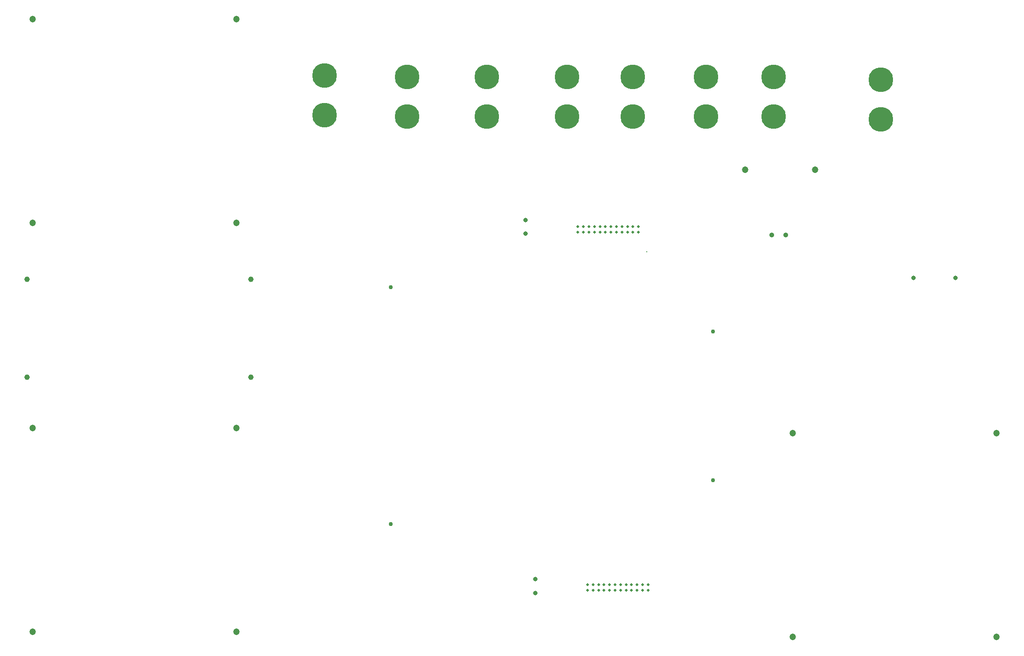
<source format=gbr>
%TF.GenerationSoftware,KiCad,Pcbnew,8.0.4*%
%TF.CreationDate,2025-03-28T11:13:13+01:00*%
%TF.ProjectId,final_agv_pdb,66696e61-6c5f-4616-9776-5f7064622e6b,rev?*%
%TF.SameCoordinates,Original*%
%TF.FileFunction,Plated,1,2,PTH,Drill*%
%TF.FilePolarity,Positive*%
%FSLAX46Y46*%
G04 Gerber Fmt 4.6, Leading zero omitted, Abs format (unit mm)*
G04 Created by KiCad (PCBNEW 8.0.4) date 2025-03-28 11:13:13*
%MOMM*%
%LPD*%
G01*
G04 APERTURE LIST*
%TA.AperFunction,ViaDrill*%
%ADD10C,0.300000*%
%TD*%
%TA.AperFunction,ComponentDrill*%
%ADD11C,0.500000*%
%TD*%
%TA.AperFunction,ComponentDrill*%
%ADD12C,0.762000*%
%TD*%
%TA.AperFunction,ComponentDrill*%
%ADD13C,0.800000*%
%TD*%
%TA.AperFunction,ComponentDrill*%
%ADD14C,0.900000*%
%TD*%
%TA.AperFunction,ComponentDrill*%
%ADD15C,1.000000*%
%TD*%
%TA.AperFunction,ComponentDrill*%
%ADD16C,1.200000*%
%TD*%
%TA.AperFunction,ComponentDrill*%
%ADD17C,4.500000*%
%TD*%
G04 APERTURE END LIST*
D10*
X189500000Y-82500000D03*
D11*
%TO.C,5V*%
X177000000Y-78000000D03*
X177000000Y-79000000D03*
X178000000Y-78000000D03*
X178000000Y-79000000D03*
%TO.C,J9*%
X178750000Y-143000000D03*
X178750000Y-144000000D03*
%TO.C,5V*%
X179000000Y-78000000D03*
X179000000Y-79000000D03*
%TO.C,J9*%
X179750000Y-143000000D03*
X179750000Y-144000000D03*
%TO.C,5V*%
X180000000Y-78000000D03*
X180000000Y-79000000D03*
%TO.C,J9*%
X180750000Y-143000000D03*
X180750000Y-144000000D03*
%TO.C,5V*%
X181000000Y-78000000D03*
X181000000Y-79000000D03*
%TO.C,J9*%
X181750000Y-143000000D03*
X181750000Y-144000000D03*
%TO.C,5V*%
X182000000Y-78000000D03*
X182000000Y-79000000D03*
%TO.C,J9*%
X182750000Y-143000000D03*
X182750000Y-144000000D03*
%TO.C,5V*%
X183000000Y-78000000D03*
X183000000Y-79000000D03*
%TO.C,J9*%
X183750000Y-143000000D03*
X183750000Y-144000000D03*
%TO.C,5V*%
X184000000Y-78000000D03*
X184000000Y-79000000D03*
%TO.C,J9*%
X184750000Y-143000000D03*
X184750000Y-144000000D03*
%TO.C,5V*%
X185000000Y-78000000D03*
X185000000Y-79000000D03*
%TO.C,J9*%
X185750000Y-143000000D03*
X185750000Y-144000000D03*
%TO.C,5V*%
X186000000Y-78000000D03*
X186000000Y-79000000D03*
%TO.C,J9*%
X186750000Y-143000000D03*
X186750000Y-144000000D03*
%TO.C,5V*%
X187000000Y-78000000D03*
X187000000Y-79000000D03*
%TO.C,J9*%
X187750000Y-143000000D03*
X187750000Y-144000000D03*
%TO.C,5V*%
X188000000Y-78000000D03*
X188000000Y-79000000D03*
%TO.C,J9*%
X188750000Y-143000000D03*
X188750000Y-144000000D03*
X189750000Y-143000000D03*
X189750000Y-144000000D03*
D12*
%TO.C,REF\u002A\u002A*%
X143000000Y-89000000D03*
X143000000Y-132000000D03*
X201500000Y-97000000D03*
X201500000Y-124000000D03*
D13*
%TO.C,C1*%
X167500000Y-76750000D03*
X167500000Y-79250000D03*
%TO.C,C2*%
X169250000Y-142000000D03*
X169250000Y-144500000D03*
%TO.C,SW1*%
X237955000Y-87250000D03*
X245575000Y-87250000D03*
D14*
%TO.C,D1*%
X212210000Y-79500000D03*
X214750000Y-79500000D03*
D15*
%TO.C,LM2596*%
X77000000Y-87500000D03*
X77000000Y-105280000D03*
X117640000Y-87500000D03*
X117640000Y-105280000D03*
D16*
%TO.C,REF\u002A\u002A*%
X78000000Y-40250000D03*
X78000000Y-77250000D03*
X78000000Y-114500000D03*
X78000000Y-151500000D03*
X115000000Y-40250000D03*
X115000000Y-77250000D03*
X115000000Y-114500000D03*
X115000000Y-151500000D03*
%TO.C,R1*%
X207360000Y-67590000D03*
%TO.C,REF\u002A\u002A*%
X216000000Y-115500000D03*
X216000000Y-152500000D03*
%TO.C,R1*%
X220060000Y-67590000D03*
%TO.C,REF\u002A\u002A*%
X253000000Y-115500000D03*
X253000000Y-152500000D03*
D17*
%TO.C,J1*%
X131000000Y-50550000D03*
X131000000Y-57750000D03*
%TO.C,J2*%
X146000000Y-50800000D03*
X146000000Y-58000000D03*
%TO.C,J3*%
X160500000Y-50800000D03*
X160500000Y-58000000D03*
%TO.C,J4*%
X175000000Y-50800000D03*
X175000000Y-58000000D03*
%TO.C,J5*%
X187000000Y-50800000D03*
X187000000Y-58000000D03*
%TO.C,J6*%
X200250000Y-50750000D03*
X200250000Y-57950000D03*
%TO.C,J7*%
X212500000Y-50750000D03*
X212500000Y-57950000D03*
%TO.C,BATTERY*%
X232000000Y-51250000D03*
X232000000Y-58450000D03*
M02*

</source>
